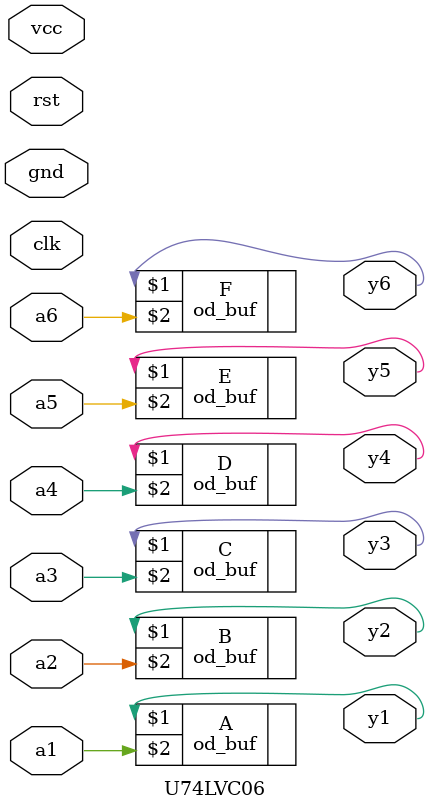
<source format=v>
`timescale 1ns/1ps
`default_nettype none

module U74LVC06(a1, y1, a2, y2, a3, y3, gnd, y4, a4, y5, a5, y6, a6, vcc, rst, clk);
    localparam delay = 2;
    localparam od_value = 1'b0;
    input wire vcc, gnd, rst, clk;
    input wire a1, a2, a3, a4, a5, a6;
    output wire y1, y2, y3, y4, y5, y6;

    od_buf #(delay, od_value) A(y1, a1);
    od_buf #(delay, od_value) B(y2, a2);
    od_buf #(delay, od_value) C(y3, a3);
    od_buf #(delay, od_value) D(y4, a4);
    od_buf #(delay, od_value) E(y5, a5);
    od_buf #(delay, od_value) F(y6, a6);
endmodule

</source>
